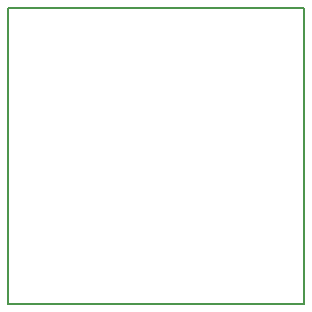
<source format=gbp>
G75*
%MOIN*%
%OFA0B0*%
%FSLAX25Y25*%
%IPPOS*%
%LPD*%
%AMOC8*
5,1,8,0,0,1.08239X$1,22.5*
%
%ADD10C,0.00600*%
D10*
X0019207Y0001600D02*
X0019207Y0100025D01*
X0117633Y0100025D01*
X0117633Y0001600D01*
X0019207Y0001600D01*
M02*

</source>
